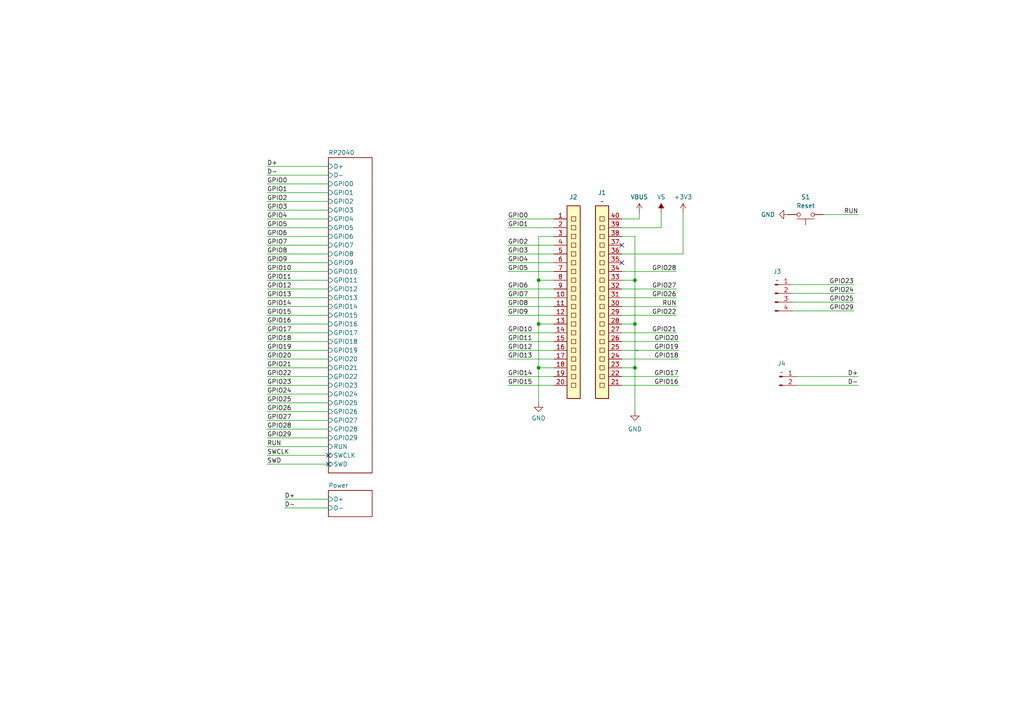
<source format=kicad_sch>
(kicad_sch (version 20250114) (generator "eeschema") (generator_version "9.0")
  (paper "A4")
  (title_block (title "${NAME}") (date "2025-08-02") (rev "${VERSION}") (company "Mikhail Matveev") (comment 1 "https://github.com/xtremespb/frank"))
  (lib_symbols
    (symbol "Connector:Conn_01x02_Pin" (pin_names (offset 1.016) (hide yes))
      (property "Reference" "J" (at 0 2.54 0))
      (property "Value" "Conn_01x02_Pin" (at 0 -5.08 0))
      (symbol "Conn_01x02_Pin_1_1"
        (rectangle (start 0.8636 0.127) (end 0 -0.127) (stroke (width 0.1524)) (fill (type outline)))
        (rectangle (start 0.8636 -2.413) (end 0 -2.667) (stroke (width 0.1524)) (fill (type outline)))
        (polyline (pts (xy 1.27 0) (xy 0.8636 0)) (stroke (width 0.1524)))
        (polyline (pts (xy 1.27 -2.54) (xy 0.8636 -2.54)) (stroke (width 0.1524)))
        (pin passive line (at 5.08 0 180) (length 3.81) (name "Pin_1") (number "1"))
        (pin passive line (at 5.08 -2.54 180) (length 3.81) (name "Pin_2") (number "2"))
      )
    )
    (symbol "Connector:Conn_01x04_Pin" (pin_names (offset 1.016) (hide yes))
      (property "Reference" "J" (at 0 5.08 0))
      (property "Value" "Conn_01x04_Pin" (at 0 -7.62 0))
      (symbol "Conn_01x04_Pin_1_1"
        (rectangle (start 0.8636 2.667) (end 0 2.413) (stroke (width 0.1524)) (fill (type outline)))
        (rectangle (start 0.8636 0.127) (end 0 -0.127) (stroke (width 0.1524)) (fill (type outline)))
        (rectangle (start 0.8636 -2.413) (end 0 -2.667) (stroke (width 0.1524)) (fill (type outline)))
        (rectangle (start 0.8636 -4.953) (end 0 -5.207) (stroke (width 0.1524)) (fill (type outline)))
        (polyline (pts (xy 1.27 2.54) (xy 0.8636 2.54)) (stroke (width 0.1524)))
        (polyline (pts (xy 1.27 0) (xy 0.8636 0)) (stroke (width 0.1524)))
        (polyline (pts (xy 1.27 -2.54) (xy 0.8636 -2.54)) (stroke (width 0.1524)))
        (polyline (pts (xy 1.27 -5.08) (xy 0.8636 -5.08)) (stroke (width 0.1524)))
        (pin passive line (at 5.08 2.54 180) (length 3.81) (name "Pin_1") (number "1"))
        (pin passive line (at 5.08 0 180) (length 3.81) (name "Pin_2") (number "2"))
        (pin passive line (at 5.08 -2.54 180) (length 3.81) (name "Pin_3") (number "3"))
        (pin passive line (at 5.08 -5.08 180) (length 3.81) (name "Pin_4") (number "4"))
      )
    )
    (symbol "FRANK:CON_PICO_1-20"
      (property "Reference" "J2" (at -15.875 29.21 0))
      (property "Value" "~" (at 3.81 -15.24 0))
      (symbol "CON_PICO_1-20_0_1"
        (rectangle (start -16.51 26.67) (end -12.7 -29.21) (stroke (width 0.254)) (fill (type background)))
        (rectangle (start -15.24 23.495) (end -13.97 22.225))
        (rectangle (start -15.24 20.955) (end -13.97 19.685))
        (rectangle (start -15.24 18.415) (end -13.97 17.145))
        (rectangle (start -15.24 15.875) (end -13.97 14.605))
        (rectangle (start -15.24 13.335) (end -13.97 12.065))
        (rectangle (start -15.24 10.795) (end -13.97 9.525))
        (rectangle (start -15.24 8.255) (end -13.97 6.985))
        (rectangle (start -15.24 5.715) (end -13.97 4.445))
        (rectangle (start -15.24 3.175) (end -13.97 1.905))
        (rectangle (start -15.24 0.635) (end -13.97 -0.635))
        (rectangle (start -15.24 -1.905) (end -13.97 -3.175))
        (rectangle (start -15.24 -4.445) (end -13.97 -5.715))
        (rectangle (start -15.24 -6.985) (end -13.97 -8.255))
        (rectangle (start -15.24 -9.525) (end -13.97 -10.795))
        (rectangle (start -15.24 -12.065) (end -13.97 -13.335))
        (rectangle (start -15.24 -14.605) (end -13.97 -15.875))
        (rectangle (start -15.24 -17.145) (end -13.97 -18.415))
        (rectangle (start -15.24 -19.685) (end -13.97 -20.955))
        (rectangle (start -15.24 -22.225) (end -13.97 -23.495))
        (rectangle (start -15.24 -24.765) (end -13.97 -26.035))
      )
      (symbol "CON_PICO_1-20_1_1"
        (pin input line (at -20.32 22.86 0) (length 3.81) (name "") (number "1"))
        (pin input line (at -20.32 20.32 0) (length 3.81) (name "") (number "2"))
        (pin input line (at -20.32 17.78 0) (length 3.81) (name "") (number "3"))
        (pin input line (at -20.32 15.24 0) (length 3.81) (name "") (number "4"))
        (pin input line (at -20.32 12.7 0) (length 3.81) (name "") (number "5"))
        (pin input line (at -20.32 10.16 0) (length 3.81) (name "") (number "6"))
        (pin input line (at -20.32 7.62 0) (length 3.81) (name "") (number "7"))
        (pin input line (at -20.32 5.08 0) (length 3.81) (name "") (number "8"))
        (pin input line (at -20.32 2.54 0) (length 3.81) (name "") (number "9"))
        (pin input line (at -20.32 0 0) (length 3.81) (name "") (number "10"))
        (pin input line (at -20.32 -2.54 0) (length 3.81) (name "") (number "11"))
        (pin input line (at -20.32 -5.08 0) (length 3.81) (name "") (number "12"))
        (pin input line (at -20.32 -7.62 0) (length 3.81) (name "") (number "13"))
        (pin input line (at -20.32 -10.16 0) (length 3.81) (name "") (number "14"))
        (pin input line (at -20.32 -12.7 0) (length 3.81) (name "") (number "15"))
        (pin input line (at -20.32 -15.24 0) (length 3.81) (name "") (number "16"))
        (pin input line (at -20.32 -17.78 0) (length 3.81) (name "") (number "17"))
        (pin input line (at -20.32 -20.32 0) (length 3.81) (name "") (number "18"))
        (pin input line (at -20.32 -22.86 0) (length 3.81) (name "") (number "19"))
        (pin input line (at -20.32 -25.4 0) (length 3.81) (name "") (number "20"))
      )
    )
    (symbol "FRANK:CON_PICO_21-40"
      (property "Reference" "J1" (at 15.875 29.21 0))
      (property "Value" "~" (at 3.81 -15.24 0))
      (symbol "CON_PICO_21-40_0_1"
        (rectangle (start 13.97 26.67) (end 17.78 -29.21) (stroke (width 0.254)) (fill (type background)))
        (rectangle (start 15.24 23.495) (end 16.51 22.225))
        (rectangle (start 15.24 20.955) (end 16.51 19.685))
        (rectangle (start 15.24 18.415) (end 16.51 17.145))
        (rectangle (start 15.24 15.875) (end 16.51 14.605))
        (rectangle (start 15.24 13.335) (end 16.51 12.065))
        (rectangle (start 15.24 10.795) (end 16.51 9.525))
        (rectangle (start 15.24 8.255) (end 16.51 6.985))
        (rectangle (start 15.24 5.715) (end 16.51 4.445))
        (rectangle (start 15.24 3.175) (end 16.51 1.905))
        (rectangle (start 15.24 0.635) (end 16.51 -0.635))
        (rectangle (start 15.24 -1.905) (end 16.51 -3.175))
        (rectangle (start 15.24 -4.445) (end 16.51 -5.715))
        (rectangle (start 15.24 -6.985) (end 16.51 -8.255))
        (rectangle (start 15.24 -9.525) (end 16.51 -10.795))
        (rectangle (start 15.24 -12.065) (end 16.51 -13.335))
        (rectangle (start 15.24 -14.605) (end 16.51 -15.875))
        (rectangle (start 15.24 -17.145) (end 16.51 -18.415))
        (rectangle (start 15.24 -19.685) (end 16.51 -20.955))
        (rectangle (start 15.24 -22.225) (end 16.51 -23.495))
        (rectangle (start 15.24 -24.765) (end 16.51 -26.035))
      )
      (symbol "CON_PICO_21-40_1_1"
        (pin input line (at 21.59 22.86 180) (length 3.81) (name "") (number "40"))
        (pin input line (at 21.59 20.32 180) (length 3.81) (name "") (number "39"))
        (pin input line (at 21.59 17.78 180) (length 3.81) (name "") (number "38"))
        (pin input line (at 21.59 15.24 180) (length 3.81) (name "") (number "37"))
        (pin input line (at 21.59 12.7 180) (length 3.81) (name "") (number "36"))
        (pin input line (at 21.59 10.16 180) (length 3.81) (name "") (number "35"))
        (pin input line (at 21.59 7.62 180) (length 3.81) (name "") (number "34"))
        (pin input line (at 21.59 5.08 180) (length 3.81) (name "") (number "33"))
        (pin input line (at 21.59 2.54 180) (length 3.81) (name "") (number "32"))
        (pin input line (at 21.59 0 180) (length 3.81) (name "") (number "31"))
        (pin input line (at 21.59 -2.54 180) (length 3.81) (name "") (number "30"))
        (pin input line (at 21.59 -5.08 180) (length 3.81) (name "") (number "29"))
        (pin input line (at 21.59 -7.62 180) (length 3.81) (name "") (number "28"))
        (pin input line (at 21.59 -10.16 180) (length 3.81) (name "") (number "27"))
        (pin input line (at 21.59 -12.7 180) (length 3.81) (name "") (number "26"))
        (pin input line (at 21.59 -15.24 180) (length 3.81) (name "") (number "25"))
        (pin input line (at 21.59 -17.78 180) (length 3.81) (name "") (number "24"))
        (pin input line (at 21.59 -20.32 180) (length 3.81) (name "") (number "23"))
        (pin input line (at 21.59 -22.86 180) (length 3.81) (name "") (number "22"))
        (pin input line (at 21.59 -25.4 180) (length 3.81) (name "") (number "21"))
      )
    )
    (symbol "GND_1" (power) (pin_numbers (hide yes)) (pin_names (offset 0) (hide yes))
      (property "Value" "GND" (at 0 -3.81 0))
      (symbol "GND_1_0_1"
        (polyline (pts (xy 0 0) (xy 0 -1.27) (xy 1.27 -1.27) (xy 0 -2.54) (xy -1.27 -1.27) (xy 0 -1.27)))
      )
      (symbol "GND_1_1_1"
        (pin power_in line (at 0 0 270) (length 0) (name "~") (number "1"))
      )
    )
    (symbol "Switch:SW_Push" (pin_numbers (hide yes)) (pin_names (offset 1.016) (hide yes))
      (property "Reference" "SW" (at 1.27 2.54 0))
      (property "Value" "SW_Push" (at 0 -1.524 0))
      (symbol "SW_Push_0_1"
        (circle (center -2.032 0) (radius 0.508))
        (polyline (pts (xy 0 1.27) (xy 0 3.048)))
        (circle (center 2.032 0) (radius 0.508))
        (polyline (pts (xy 2.54 1.27) (xy -2.54 1.27)))
        (pin passive line (at -5.08 0 0) (length 2.54) (name "1") (number "1"))
        (pin passive line (at 5.08 0 180) (length 2.54) (name "2") (number "2"))
      )
    )
    (symbol "power:+3V3" (power) (pin_numbers (hide yes)) (pin_names (offset 0) (hide yes))
      (property "Value" "+3V3" (at 0 3.556 0))
      (symbol "+3V3_0_1"
        (polyline (pts (xy -0.762 1.27) (xy 0 2.54)))
        (polyline (pts (xy 0 2.54) (xy 0.762 1.27)))
        (polyline (pts (xy 0 0) (xy 0 2.54)))
      )
      (symbol "+3V3_1_1"
        (pin power_in line (at 0 0 90) (length 0) (name "~") (number "1"))
      )
    )
    (symbol "power:GND" (power) (pin_numbers (hide yes)) (pin_names (offset 0) (hide yes))
      (property "Value" "GND" (at 0 -3.81 0))
      (symbol "GND_0_1"
        (polyline (pts (xy 0 0) (xy 0 -1.27) (xy 1.27 -1.27) (xy 0 -2.54) (xy -1.27 -1.27) (xy 0 -1.27)))
      )
      (symbol "GND_1_1"
        (pin power_in line (at 0 0 270) (length 0) (name "~") (number "1"))
      )
    )
    (symbol "power:VBUS" (power) (pin_numbers (hide yes)) (pin_names (offset 0) (hide yes))
      (property "Value" "VBUS" (at 0 3.556 0))
      (symbol "VBUS_0_1"
        (polyline (pts (xy -0.762 1.27) (xy 0 2.54)))
        (polyline (pts (xy 0 2.54) (xy 0.762 1.27)))
        (polyline (pts (xy 0 0) (xy 0 2.54)))
      )
      (symbol "VBUS_1_1"
        (pin power_in line (at 0 0 90) (length 0) (name "~") (number "1"))
      )
    )
    (symbol "power:VS" (power) (pin_numbers (hide yes)) (pin_names (offset 0) (hide yes))
      (property "Value" "VS" (at 0 3.556 0))
      (symbol "VS_0_1"
        (polyline (pts (xy 0 0) (xy 0 2.54)))
        (polyline (pts (xy 0.762 1.27) (xy -0.762 1.27) (xy 0 2.54) (xy 0.762 1.27)) (fill (type outline)))
      )
      (symbol "VS_1_1"
        (pin power_in line (at 0 0 90) (length 0) (name "~") (number "1"))
      )
    )
  )
  (junction (at 184.15 106.68))
  (junction (at 156.21 106.68))
  (junction (at 156.21 93.98))
  (junction (at 184.15 93.98))
  (junction (at 184.15 81.28))
  (junction (at 156.21 81.28))
  (no_connect (at 180.34 71.12))
  (no_connect (at 95.25 132.08))
  (no_connect (at 180.34 76.2))
  (no_connect (at 95.25 134.62))
  (wire (pts (xy 95.25 60.96) (xy 77.47 60.96)))
  (wire (pts (xy 95.25 76.2) (xy 77.47 76.2)))
  (wire (pts (xy 180.34 104.14) (xy 196.85 104.14)))
  (wire (pts (xy 95.25 99.06) (xy 77.47 99.06)))
  (wire (pts (xy 147.32 99.06) (xy 160.655 99.06)))
  (wire (pts (xy 77.47 124.46) (xy 95.25 124.46)))
  (wire (pts (xy 95.25 63.5) (xy 77.47 63.5)))
  (wire (pts (xy 180.34 66.04) (xy 191.77 66.04)))
  (wire (pts (xy 95.25 50.8) (xy 77.47 50.8)))
  (wire (pts (xy 180.34 63.5) (xy 185.42 63.5)))
  (wire (pts (xy 196.215 78.74) (xy 180.34 78.74)))
  (wire (pts (xy 238.76 62.23) (xy 248.92 62.23)))
  (wire (pts (xy 147.32 66.04) (xy 160.655 66.04)))
  (wire (pts (xy 184.15 93.98) (xy 184.15 106.68)))
  (wire (pts (xy 180.34 106.68) (xy 184.15 106.68)))
  (wire (pts (xy 180.34 93.98) (xy 184.15 93.98)))
  (wire (pts (xy 156.21 93.98) (xy 156.21 106.68)))
  (wire (pts (xy 95.25 66.04) (xy 77.47 66.04)))
  (wire (pts (xy 156.21 93.98) (xy 160.655 93.98)))
  (wire (pts (xy 196.215 83.82) (xy 180.34 83.82)))
  (wire (pts (xy 180.34 111.76) (xy 196.85 111.76)))
  (wire (pts (xy 95.25 91.44) (xy 77.47 91.44)))
  (wire (pts (xy 229.87 90.17) (xy 247.65 90.17)))
  (wire (pts (xy 77.47 127) (xy 95.25 127)))
  (wire (pts (xy 191.77 61.595) (xy 191.77 66.04)))
  (wire (pts (xy 229.87 87.63) (xy 247.65 87.63)))
  (wire (pts (xy 95.25 81.28) (xy 77.47 81.28)))
  (wire (pts (xy 147.32 109.22) (xy 160.655 109.22)))
  (wire (pts (xy 95.25 106.68) (xy 77.47 106.68)))
  (wire (pts (xy 95.25 71.12) (xy 77.47 71.12)))
  (wire (pts (xy 180.34 68.58) (xy 184.15 68.58)))
  (wire (pts (xy 95.25 114.3) (xy 77.47 114.3)))
  (wire (pts (xy 198.12 73.66) (xy 198.12 61.595)))
  (wire (pts (xy 180.34 73.66) (xy 198.12 73.66)))
  (wire (pts (xy 95.25 93.98) (xy 77.47 93.98)))
  (wire (pts (xy 147.32 91.44) (xy 160.655 91.44)))
  (wire (pts (xy 95.25 111.76) (xy 77.47 111.76)))
  (wire (pts (xy 180.34 91.44) (xy 196.215 91.44)))
  (wire (pts (xy 229.87 82.55) (xy 247.65 82.55)))
  (wire (pts (xy 95.25 83.82) (xy 77.47 83.82)))
  (wire (pts (xy 147.32 101.6) (xy 160.655 101.6)))
  (wire (pts (xy 95.25 48.26) (xy 77.47 48.26)))
  (wire (pts (xy 77.47 121.92) (xy 95.25 121.92)))
  (wire (pts (xy 147.32 86.36) (xy 160.655 86.36)))
  (wire (pts (xy 77.47 129.54) (xy 95.25 129.54)))
  (wire (pts (xy 95.25 58.42) (xy 77.47 58.42)))
  (wire (pts (xy 180.34 99.06) (xy 196.85 99.06)))
  (wire (pts (xy 160.655 68.58) (xy 156.21 68.58)))
  (wire (pts (xy 156.21 68.58) (xy 156.21 81.28)))
  (wire (pts (xy 180.34 109.22) (xy 196.85 109.22)))
  (wire (pts (xy 95.25 78.74) (xy 77.47 78.74)))
  (wire (pts (xy 82.55 147.32) (xy 95.25 147.32)))
  (wire (pts (xy 180.34 88.9) (xy 196.215 88.9)))
  (wire (pts (xy 95.25 55.88) (xy 77.47 55.88)))
  (wire (pts (xy 147.32 73.66) (xy 160.655 73.66)))
  (wire (pts (xy 147.32 88.9) (xy 160.655 88.9)))
  (wire (pts (xy 82.55 144.78) (xy 95.25 144.78)))
  (wire (pts (xy 95.25 116.84) (xy 77.47 116.84)))
  (wire (pts (xy 95.25 101.6) (xy 77.47 101.6)))
  (wire (pts (xy 248.92 109.22) (xy 231.14 109.22)))
  (wire (pts (xy 77.47 119.38) (xy 95.25 119.38)))
  (wire (pts (xy 95.25 68.58) (xy 77.47 68.58)))
  (wire (pts (xy 156.21 106.68) (xy 160.655 106.68)))
  (wire (pts (xy 184.15 68.58) (xy 184.15 81.28)))
  (wire (pts (xy 77.47 109.22) (xy 95.25 109.22)))
  (wire (pts (xy 185.42 61.595) (xy 185.42 63.5)))
  (wire (pts (xy 95.25 73.66) (xy 77.47 73.66)))
  (wire (pts (xy 147.32 104.14) (xy 160.655 104.14)))
  (wire (pts (xy 147.32 76.2) (xy 160.655 76.2)))
  (wire (pts (xy 156.21 81.28) (xy 156.21 93.98)))
  (wire (pts (xy 77.47 132.08) (xy 95.25 132.08)))
  (wire (pts (xy 180.34 96.52) (xy 196.215 96.52)))
  (wire (pts (xy 196.215 86.36) (xy 180.34 86.36)))
  (wire (pts (xy 95.25 88.9) (xy 77.47 88.9)))
  (wire (pts (xy 147.32 63.5) (xy 160.655 63.5)))
  (wire (pts (xy 95.25 96.52) (xy 77.47 96.52)))
  (wire (pts (xy 180.34 101.6) (xy 196.85 101.6)))
  (wire (pts (xy 147.32 96.52) (xy 160.655 96.52)))
  (wire (pts (xy 95.25 104.14) (xy 77.47 104.14)))
  (wire (pts (xy 229.87 85.09) (xy 247.65 85.09)))
  (wire (pts (xy 156.21 116.84) (xy 156.21 106.68)))
  (wire (pts (xy 77.47 134.62) (xy 95.25 134.62)))
  (wire (pts (xy 147.32 111.76) (xy 160.655 111.76)))
  (wire (pts (xy 184.15 81.28) (xy 184.15 93.98)))
  (wire (pts (xy 95.25 53.34) (xy 77.47 53.34)))
  (wire (pts (xy 180.34 81.28) (xy 184.15 81.28)))
  (wire (pts (xy 147.32 78.74) (xy 160.655 78.74)))
  (wire (pts (xy 147.32 71.12) (xy 160.655 71.12)))
  (wire (pts (xy 184.15 106.68) (xy 184.15 119.38)))
  (wire (pts (xy 248.92 111.76) (xy 231.14 111.76)))
  (wire (pts (xy 156.21 81.28) (xy 160.655 81.28)))
  (wire (pts (xy 147.32 83.82) (xy 160.655 83.82)))
  (wire (pts (xy 95.25 86.36) (xy 77.47 86.36)))
  (label "GPIO13" (at 147.32 104.14 0))
  (label "GPIO29" (at 77.47 127 0))
  (label "GPIO28" (at 77.47 124.46 0))
  (label "GPIO1" (at 147.32 66.04 0))
  (label "GPIO11" (at 77.47 81.28 0))
  (label "GPIO6" (at 77.47 68.58 0))
  (label "GPIO18" (at 196.85 104.14 180))
  (label "GPIO4" (at 77.47 63.5 0))
  (label "GPIO11" (at 147.32 99.06 0))
  (label "GPIO2" (at 147.32 71.12 0))
  (label "D-" (at 77.47 50.8 0))
  (label "GPIO20" (at 196.85 99.06 180))
  (label "GPIO15" (at 147.32 111.76 0))
  (label "GPIO27" (at 77.47 121.92 0))
  (label "GPIO0" (at 77.47 53.34 0))
  (label "D-" (at 82.55 147.32 0))
  (label "D+" (at 248.92 109.22 180))
  (label "GPIO10" (at 77.47 78.74 0))
  (label "GPIO16" (at 77.47 93.98 0))
  (label "GPIO5" (at 147.32 78.74 0))
  (label "GPIO15" (at 77.47 91.44 0))
  (label "GPIO4" (at 147.32 76.2 0))
  (label "GPIO28" (at 196.215 78.74 180))
  (label "GPIO9" (at 77.47 76.2 0))
  (label "RUN" (at 77.47 129.54 0))
  (label "GPIO14" (at 147.32 109.22 0))
  (label "GPIO22" (at 196.215 91.44 180))
  (label "GPIO21" (at 196.215 96.52 180))
  (label "D+" (at 77.47 48.26 0))
  (label "GPIO23" (at 247.65 82.55 180))
  (label "GPIO2" (at 77.47 58.42 0))
  (label "GPIO6" (at 147.32 83.82 0))
  (label "D-" (at 248.92 111.76 180))
  (label "GPIO8" (at 147.32 88.9 0))
  (label "GPIO22" (at 77.47 109.22 0))
  (label "GPIO20" (at 77.47 104.14 0))
  (label "GPIO17" (at 196.85 109.22 180))
  (label "RUN" (at 196.215 88.9 180))
  (label "D+" (at 82.55 144.78 0))
  (label "SWCLK" (at 77.47 132.08 0))
  (label "GPIO23" (at 77.47 111.76 0))
  (label "GPIO7" (at 147.32 86.36 0))
  (label "GPIO3" (at 147.32 73.66 0))
  (label "GPIO9" (at 147.32 91.44 0))
  (label "SWD" (at 77.47 134.62 0))
  (label "GPIO14" (at 77.47 88.9 0))
  (label "GPIO12" (at 77.47 83.82 0))
  (label "GPIO8" (at 77.47 73.66 0))
  (label "GPIO24" (at 77.47 114.3 0))
  (label "GPIO3" (at 77.47 60.96 0))
  (label "GPIO13" (at 77.47 86.36 0))
  (label "GPIO26" (at 196.215 86.36 180))
  (label "GPIO12" (at 147.32 101.6 0))
  (label "GPIO10" (at 147.32 96.52 0))
  (label "GPIO27" (at 196.215 83.82 180))
  (label "GPIO29" (at 247.65 90.17 180))
  (label "GPIO5" (at 77.47 66.04 0))
  (label "RUN" (at 248.92 62.23 180))
  (label "GPIO19" (at 77.47 101.6 0))
  (label "GPIO21" (at 77.47 106.68 0))
  (label "GPIO7" (at 77.47 71.12 0))
  (label "GPIO26" (at 77.47 119.38 0))
  (label "GPIO1" (at 77.47 55.88 0))
  (label "GPIO25" (at 77.47 116.84 0))
  (label "GPIO0" (at 147.32 63.5 0))
  (label "GPIO16" (at 196.85 111.76 180))
  (label "GPIO25" (at 247.65 87.63 180))
  (label "GPIO17" (at 77.47 96.52 0))
  (label "GPIO24" (at 247.65 85.09 180))
  (label "GPIO19" (at 196.85 101.6 180))
  (label "GPIO18" (at 77.47 99.06 0))
  (symbol (lib_id "Connector:Conn_01x02_Pin") (at 226.06 109.22 0) (unit 1)
    (property "Reference" "J4" (at 226.695 105.41 0))
    (property "Value" "~" (at 226.695 107.95 0))
    (property "Footprint" "FRANK:Test Points (1mm x 2)" (effects (hide yes)))
    (property "Description" "Generic connector, single row, 01x02, script generated" (effects (hide yes)))
  )
  (symbol (lib_id "power:+3V3") (at 198.12 61.595 0) (unit 1)
    (property "Reference" "#PWR03" (effects (hide yes)))
    (property "Value" "+3V3" (at 198.12 57.15 0))
    (property "Description" "Power symbol creates a global label with name \"+3V3\"" (effects (hide yes)))
  )
  (symbol (lib_name "GND_1") (lib_id "power:GND") (at 228.6 62.23 270) (unit 1)
    (property "Reference" "#PWR06" (effects (hide yes)))
    (property "Value" "GND" (at 224.79 62.2299 90) (effects (justify right)))
    (property "Description" "Power symbol creates a global label with name \"GND\" , ground" (effects (hide yes)))
  )
  (symbol (lib_id "power:VS") (at 191.77 61.595 0) (unit 1)
    (property "Reference" "#PWR02" (effects (hide yes)))
    (property "Value" "VS" (at 191.77 57.15 0))
    (property "Description" "Power symbol creates a global label with name \"VS\"" (effects (hide yes)))
  )
  (symbol (lib_id "Connector:Conn_01x04_Pin") (at 224.79 85.09 0) (unit 1)
    (property "Reference" "J3" (at 225.425 78.74 0))
    (property "Value" "~" (at 225.425 81.28 0))
    (property "Footprint" "FRANK:Test Points (1mm x 5)" (effects (hide yes)))
    (property "Description" "Generic connector, single row, 01x04, script generated" (effects (hide yes)))
  )
  (symbol (lib_id "FRANK:CON_PICO_1-20") (at 180.975 86.36 0) (unit 1)
    (property "Reference" "J2" (at 165.1 57.15 0) (effects (justify left)))
    (property "Value" "~" (at 184.785 101.6 0))
    (property "Footprint" "FRANK:CON_PICO_1-20" (effects (hide yes)))
  )
  (symbol (lib_name "GND_1") (lib_id "power:GND") (at 184.15 119.38 0) (unit 1)
    (property "Reference" "#PWR05" (effects (hide yes)))
    (property "Value" "GND" (at 184.15 124.46 0))
    (property "Description" "Power symbol creates a global label with name \"GND\" , ground" (effects (hide yes)))
  )
  (symbol (lib_id "Switch:SW_Push") (at 233.68 62.23 180) (unit 1)
    (property "Reference" "S1" (at 233.68 57.15 0))
    (property "Value" "Reset" (at 233.68 59.69 0))
    (property "Footprint" "FRANK:Button (SMD, 3x3mm, 1-1)" (effects (hide yes)))
    (property "Datasheet" "https://parts4laptops.eu/en/microbuttons/3300-microbutton-tact-switch-ts-1233-33x33x15mm-smt-mounting.html" (effects (hide yes)))
    (property "AliExpress" "https://www.aliexpress.com/item/1005007359248990.html" (effects (hide yes)))
  )
  (symbol (lib_id "power:VBUS") (at 185.42 61.595 0) (unit 1)
    (property "Reference" "#PWR01" (effects (hide yes)))
    (property "Value" "VBUS" (at 185.42 57.15 0))
    (property "Description" "Power symbol creates a global label with name \"VBUS\"" (effects (hide yes)))
  )
  (symbol (lib_id "power:GND") (at 156.21 116.84 0) (unit 1)
    (property "Reference" "#PWR04" (effects (hide yes)))
    (property "Value" "GND" (at 156.21 121.285 0))
    (property "Description" "Power symbol creates a global label with name \"GND\" , ground" (effects (hide yes)))
  )
  (symbol (lib_id "FRANK:CON_PICO_21-40") (at 158.75 86.36 0) (unit 1)
    (property "Reference" "J1" (at 174.625 55.88 0))
    (property "Value" "~" (at 174.625 58.42 0))
    (property "Footprint" "FRANK:CON_PICO_21-40" (effects (hide yes)))
  )
  (sheet (at 95.25 142.24) (size 12.7 7.62) (stroke (width 0.1524))
    (property "Sheetname" "Power" (at 95.25 141.5284 0) (effects (justify left bottom)))
    (property "Sheetfile" "power.kicad_sch" (effects (hide yes)))
    (pin "D+" input (at 95.25 144.78 180))
    (pin "D-" input (at 95.25 147.32 180))
  )
  (sheet (at 95.25 45.72) (size 12.7 91.44) (stroke (width 0.1524))
    (property "Sheetname" "RP2040" (at 95.25 45.0084 0) (effects (justify left bottom)))
    (property "Sheetfile" "rp2040.kicad_sch" (effects (hide yes)))
    (pin "D+" input (at 95.25 48.26 180))
    (pin "D-" input (at 95.25 50.8 180))
    (pin "GPIO0" input (at 95.25 53.34 180))
    (pin "GPIO1" input (at 95.25 55.88 180))
    (pin "GPIO2" input (at 95.25 58.42 180))
    (pin "GPIO3" input (at 95.25 60.96 180))
    (pin "GPIO4" input (at 95.25 63.5 180))
    (pin "GPIO5" input (at 95.25 66.04 180))
    (pin "GPIO6" input (at 95.25 68.58 180))
    (pin "GPIO7" input (at 95.25 71.12 180))
    (pin "GPIO8" input (at 95.25 73.66 180))
    (pin "GPIO9" input (at 95.25 76.2 180))
    (pin "GPIO10" input (at 95.25 78.74 180))
    (pin "GPIO11" input (at 95.25 81.28 180))
    (pin "GPIO12" input (at 95.25 83.82 180))
    (pin "GPIO13" input (at 95.25 86.36 180))
    (pin "GPIO14" input (at 95.25 88.9 180))
    (pin "GPIO15" input (at 95.25 91.44 180))
    (pin "GPIO16" input (at 95.25 93.98 180))
    (pin "GPIO17" input (at 95.25 96.52 180))
    (pin "GPIO18" input (at 95.25 99.06 180))
    (pin "GPIO19" input (at 95.25 101.6 180))
    (pin "GPIO20" input (at 95.25 104.14 180))
    (pin "GPIO21" input (at 95.25 106.68 180))
    (pin "GPIO22" input (at 95.25 109.22 180))
    (pin "GPIO23" input (at 95.25 111.76 180))
    (pin "GPIO24" input (at 95.25 114.3 180))
    (pin "GPIO25" input (at 95.25 116.84 180))
    (pin "GPIO27" input (at 95.25 121.92 180))
    (pin "GPIO28" input (at 95.25 124.46 180))
    (pin "GPIO26" input (at 95.25 119.38 180))
    (pin "GPIO29" input (at 95.25 127 180))
    (pin "RUN" input (at 95.25 129.54 180))
    (pin "SWCLK" input (at 95.25 132.08 180))
    (pin "SWD" input (at 95.25 134.62 180))
  )
)
</source>
